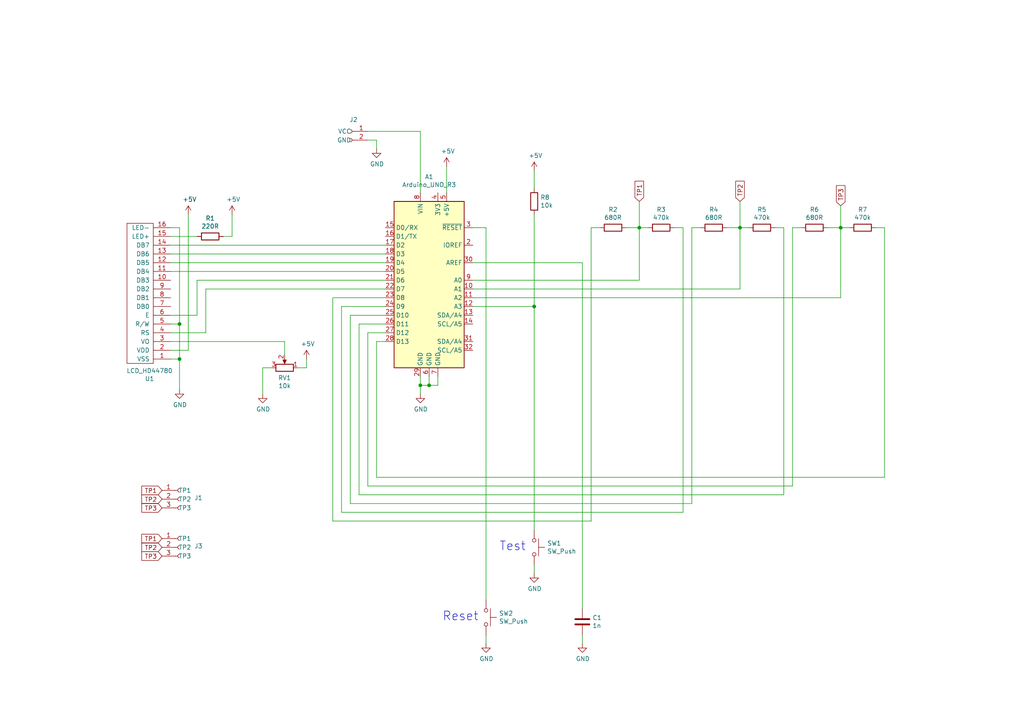
<source format=kicad_sch>
(kicad_sch (version 20211123) (generator eeschema)
  (paper "A4")
  (lib_symbols
    (symbol "Device:C" (pin_numbers hide) (pin_names (offset 0.254))
      (property "Reference" "C" (at 0.635 2.54 0))
      (property "Value" "C" (at 0.635 -2.54 0))
      (symbol "C_0_1"
        (polyline (pts (xy -2.032 -0.762) (xy 2.032 -0.762)) (stroke (width 0.508)))
        (polyline (pts (xy -2.032 0.762) (xy 2.032 0.762)) (stroke (width 0.508)))
      )
      (symbol "C_1_1"
        (pin passive line (at 0 3.81 270) (length 2.794) (name "~") (number "1"))
        (pin passive line (at 0 -3.81 90) (length 2.794) (name "~") (number "2"))
      )
    )
    (symbol "Device:R" (pin_numbers hide) (pin_names (offset 0))
      (property "Reference" "R" (at 2.032 0 90))
      (property "Value" "R" (at 0 0 90))
      (symbol "R_0_1"
        (rectangle (start -1.016 -2.54) (end 1.016 2.54) (stroke (width 0.254)))
      )
      (symbol "R_1_1"
        (pin passive line (at 0 3.81 270) (length 1.27) (name "~") (number "1"))
        (pin passive line (at 0 -3.81 90) (length 1.27) (name "~") (number "2"))
      )
    )
    (symbol "MCU_Module:Arduino_UNO_R3"
      (property "Reference" "A" (at -10.16 23.495 0))
      (property "Value" "Arduino_UNO_R3" (at 5.08 -26.67 0))
      (symbol "Arduino_UNO_R3_0_1"
        (rectangle (start -10.16 22.86) (end 10.16 -25.4) (stroke (width 0.254)) (fill (type background)))
      )
      (symbol "Arduino_UNO_R3_1_1"
        (pin no_connect line (at -10.16 -20.32 0) (length 2.54) hide (name "NC") (number "1"))
        (pin bidirectional line (at 12.7 -2.54 180) (length 2.54) (name "A1") (number "10"))
        (pin bidirectional line (at 12.7 -5.08 180) (length 2.54) (name "A2") (number "11"))
        (pin bidirectional line (at 12.7 -7.62 180) (length 2.54) (name "A3") (number "12"))
        (pin bidirectional line (at 12.7 -10.16 180) (length 2.54) (name "SDA/A4") (number "13"))
        (pin bidirectional line (at 12.7 -12.7 180) (length 2.54) (name "SCL/A5") (number "14"))
        (pin bidirectional line (at -12.7 15.24 0) (length 2.54) (name "D0/RX") (number "15"))
        (pin bidirectional line (at -12.7 12.7 0) (length 2.54) (name "D1/TX") (number "16"))
        (pin bidirectional line (at -12.7 10.16 0) (length 2.54) (name "D2") (number "17"))
        (pin bidirectional line (at -12.7 7.62 0) (length 2.54) (name "D3") (number "18"))
        (pin bidirectional line (at -12.7 5.08 0) (length 2.54) (name "D4") (number "19"))
        (pin output line (at 12.7 10.16 180) (length 2.54) (name "IOREF") (number "2"))
        (pin bidirectional line (at -12.7 2.54 0) (length 2.54) (name "D5") (number "20"))
        (pin bidirectional line (at -12.7 0 0) (length 2.54) (name "D6") (number "21"))
        (pin bidirectional line (at -12.7 -2.54 0) (length 2.54) (name "D7") (number "22"))
        (pin bidirectional line (at -12.7 -5.08 0) (length 2.54) (name "D8") (number "23"))
        (pin bidirectional line (at -12.7 -7.62 0) (length 2.54) (name "D9") (number "24"))
        (pin bidirectional line (at -12.7 -10.16 0) (length 2.54) (name "D10") (number "25"))
        (pin bidirectional line (at -12.7 -12.7 0) (length 2.54) (name "D11") (number "26"))
        (pin bidirectional line (at -12.7 -15.24 0) (length 2.54) (name "D12") (number "27"))
        (pin bidirectional line (at -12.7 -17.78 0) (length 2.54) (name "D13") (number "28"))
        (pin power_in line (at -2.54 -27.94 90) (length 2.54) (name "GND") (number "29"))
        (pin input line (at 12.7 15.24 180) (length 2.54) (name "~{RESET}") (number "3"))
        (pin input line (at 12.7 5.08 180) (length 2.54) (name "AREF") (number "30"))
        (pin bidirectional line (at 12.7 -17.78 180) (length 2.54) (name "SDA/A4") (number "31"))
        (pin bidirectional line (at 12.7 -20.32 180) (length 2.54) (name "SCL/A5") (number "32"))
        (pin power_out line (at 2.54 25.4 270) (length 2.54) (name "3V3") (number "4"))
        (pin power_out line (at 5.08 25.4 270) (length 2.54) (name "+5V") (number "5"))
        (pin power_in line (at 0 -27.94 90) (length 2.54) (name "GND") (number "6"))
        (pin power_in line (at 2.54 -27.94 90) (length 2.54) (name "GND") (number "7"))
        (pin power_in line (at -2.54 25.4 270) (length 2.54) (name "VIN") (number "8"))
        (pin bidirectional line (at 12.7 0 180) (length 2.54) (name "A0") (number "9"))
      )
    )
    (symbol "My_Headers:2-pin_power_input_header" (pin_names (offset 1.016))
      (property "Reference" "J" (at 0 2.54 0))
      (symbol "2-pin_power_input_header_1_1"
        (arc (start 0 -2.032) (mid -0.508 -2.54) (end 0 -3.048) (stroke (width 0.1524)))
        (polyline (pts (xy -1.27 -2.54) (xy -0.508 -2.54)) (stroke (width 0.1524)))
        (polyline (pts (xy -1.27 0) (xy -0.508 0)) (stroke (width 0.1524)))
        (arc (start 0 0.508) (mid -0.508 0) (end 0 -0.508) (stroke (width 0.1524)))
        (pin power_out line (at -5.08 0 0) (length 3.81) (name "VCC") (number "1"))
        (pin power_out line (at -5.08 -2.54 0) (length 3.81) (name "GND") (number "2"))
      )
    )
    (symbol "My_Headers:3-pin_test_header" (pin_names (offset 1.016))
      (property "Reference" "J" (at 0 5.08 0))
      (symbol "3-pin_test_header_1_1"
        (arc (start 0 -2.032) (mid -0.508 -2.54) (end 0 -3.048) (stroke (width 0.1524)))
        (polyline (pts (xy -1.27 -2.54) (xy -0.508 -2.54)) (stroke (width 0.1524)))
        (polyline (pts (xy -1.27 0) (xy -0.508 0)) (stroke (width 0.1524)))
        (polyline (pts (xy -1.27 2.54) (xy -0.508 2.54)) (stroke (width 0.1524)))
        (arc (start 0 0.508) (mid -0.508 0) (end 0 -0.508) (stroke (width 0.1524)))
        (arc (start 0 3.048) (mid -0.508 2.54) (end 0 2.032) (stroke (width 0.1524)))
        (pin input line (at -5.08 2.54 0) (length 3.81) (name "TP1") (number "1"))
        (pin input line (at -5.08 0 0) (length 3.81) (name "TP2") (number "2"))
        (pin input line (at -5.08 -2.54 0) (length 3.81) (name "TP3") (number "3"))
      )
    )
    (symbol "My_Headers:LCD_HD44780" (pin_names (offset 1.016))
      (property "Reference" "U" (at 6.35 2.54 0))
      (property "Value" "LCD_HD44780" (at 11.43 -40.64 0))
      (symbol "LCD_HD44780_0_1"
        (rectangle (start 5.08 1.27) (end 12.7 -39.37))
      )
      (symbol "LCD_HD44780_1_1"
        (pin input line (at 0 0 0) (length 5.08) (name "VSS") (number "1"))
        (pin input line (at 0 -22.86 0) (length 5.08) (name "DB3") (number "10"))
        (pin input line (at 0 -25.4 0) (length 5.08) (name "DB4") (number "11"))
        (pin input line (at 0 -27.94 0) (length 5.08) (name "DB5") (number "12"))
        (pin input line (at 0 -30.48 0) (length 5.08) (name "DB6") (number "13"))
        (pin input line (at 0 -33.02 0) (length 5.08) (name "DB7") (number "14"))
        (pin input line (at 0 -35.56 0) (length 5.08) (name "LED+") (number "15"))
        (pin input line (at 0 -38.1 0) (length 5.08) (name "LED-") (number "16"))
        (pin input line (at 0 -2.54 0) (length 5.08) (name "VDD") (number "2"))
        (pin input line (at 0 -5.08 0) (length 5.08) (name "VO") (number "3"))
        (pin input line (at 0 -7.62 0) (length 5.08) (name "RS") (number "4"))
        (pin input line (at 0 -10.16 0) (length 5.08) (name "R/W") (number "5"))
        (pin input line (at 0 -12.7 0) (length 5.08) (name "E") (number "6"))
        (pin input line (at 0 -15.24 0) (length 5.08) (name "DB0") (number "7"))
        (pin input line (at 0 -17.78 0) (length 5.08) (name "DB1") (number "8"))
        (pin input line (at 0 -20.32 0) (length 5.08) (name "DB2") (number "9"))
      )
    )
    (symbol "Switch:SW_Push" (pin_numbers hide) (pin_names (offset 1.016) hide)
      (property "Reference" "SW" (at 1.27 2.54 0))
      (property "Value" "SW_Push" (at 0 -1.524 0))
      (symbol "SW_Push_0_1"
        (circle (center -2.032 0) (radius 0.508))
        (polyline (pts (xy 0 1.27) (xy 0 3.048)))
        (polyline (pts (xy 2.54 1.27) (xy -2.54 1.27)))
        (circle (center 2.032 0) (radius 0.508))
        (pin passive line (at -5.08 0 0) (length 2.54) (name "1") (number "1"))
        (pin passive line (at 5.08 0 180) (length 2.54) (name "2") (number "2"))
      )
    )
    (symbol "arduTester-rescue:R_POT-Device" (pin_names (offset 1.016) hide)
      (property "Reference" "RV" (at -4.445 0 90))
      (property "Value" "R_POT-Device" (at -2.54 0 90))
      (symbol "R_POT-Device_0_1"
        (polyline (pts (xy 2.54 0) (xy 1.524 0)))
        (polyline (pts (xy 1.143 0) (xy 2.286 0.508) (xy 2.286 -0.508) (xy 1.143 0)) (fill (type outline)))
        (rectangle (start 1.016 2.54) (end -1.016 -2.54) (stroke (width 0.254)))
      )
      (symbol "R_POT-Device_1_1"
        (pin passive line (at 0 3.81 270) (length 1.27) (name "1") (number "1"))
        (pin passive line (at 3.81 0 180) (length 1.27) (name "2") (number "2"))
        (pin passive line (at 0 -3.81 90) (length 1.27) (name "3") (number "3"))
      )
    )
    (symbol "power:+5V" (power) (pin_names (offset 0))
      (property "Value" "+5V" (at 0 3.556 0))
      (symbol "+5V_0_1"
        (polyline (pts (xy -0.762 1.27) (xy 0 2.54)))
        (polyline (pts (xy 0 0) (xy 0 2.54)))
        (polyline (pts (xy 0 2.54) (xy 0.762 1.27)))
      )
      (symbol "+5V_1_1"
        (pin power_in line (at 0 0 90) (length 0) hide (name "+5V") (number "1"))
      )
    )
    (symbol "power:GND" (power) (pin_names (offset 0))
      (property "Value" "GND" (at 0 -3.81 0))
      (symbol "GND_0_1"
        (polyline (pts (xy 0 0) (xy 0 -1.27) (xy 1.27 -1.27) (xy 0 -2.54) (xy -1.27 -1.27) (xy 0 -1.27)))
      )
      (symbol "GND_1_1"
        (pin power_in line (at 0 0 270) (length 0) hide (name "GND") (number "1"))
      )
    )
  )
  (junction (at 214.63 66.04))
  (junction (at 52.07 93.98))
  (junction (at 124.46 111.76))
  (junction (at 243.84 66.04))
  (junction (at 185.42 66.04))
  (junction (at 121.92 111.76))
  (junction (at 154.94 88.9))
  (junction (at 52.07 104.14))
  (wire (pts (xy 137.16 86.36) (xy 243.84 86.36)))
  (wire (pts (xy 106.68 96.52) (xy 111.76 96.52)))
  (wire (pts (xy 200.66 146.05) (xy 101.6 146.05)))
  (wire (pts (xy 203.2 66.04) (xy 200.66 66.04)))
  (wire (pts (xy 127 111.76) (xy 124.46 111.76)))
  (wire (pts (xy 106.68 140.97) (xy 106.68 96.52)))
  (wire (pts (xy 49.53 68.58) (xy 57.15 68.58)))
  (wire (pts (xy 67.31 68.58) (xy 67.31 62.23)))
  (wire (pts (xy 168.91 186.69) (xy 168.91 184.15)))
  (wire (pts (xy 168.91 176.53) (xy 168.91 76.2)))
  (wire (pts (xy 140.97 173.99) (xy 140.97 66.04)))
  (wire (pts (xy 154.94 166.37) (xy 154.94 163.83)))
  (wire (pts (xy 154.94 88.9) (xy 137.16 88.9)))
  (wire (pts (xy 99.06 148.59) (xy 99.06 88.9)))
  (wire (pts (xy 52.07 66.04) (xy 49.53 66.04)))
  (wire (pts (xy 210.82 66.04) (xy 214.63 66.04)))
  (wire (pts (xy 229.87 66.04) (xy 229.87 140.97)))
  (wire (pts (xy 52.07 66.04) (xy 52.07 93.98)))
  (wire (pts (xy 229.87 140.97) (xy 106.68 140.97)))
  (wire (pts (xy 243.84 66.04) (xy 243.84 59.69)))
  (wire (pts (xy 49.53 101.6) (xy 54.61 101.6)))
  (wire (pts (xy 227.33 66.04) (xy 224.79 66.04)))
  (wire (pts (xy 171.45 66.04) (xy 173.99 66.04)))
  (wire (pts (xy 185.42 66.04) (xy 185.42 58.42)))
  (wire (pts (xy 59.69 96.52) (xy 59.69 83.82)))
  (wire (pts (xy 227.33 143.51) (xy 227.33 66.04)))
  (wire (pts (xy 52.07 104.14) (xy 52.07 93.98)))
  (wire (pts (xy 200.66 66.04) (xy 200.66 146.05)))
  (wire (pts (xy 121.92 114.3) (xy 121.92 111.76)))
  (wire (pts (xy 154.94 153.67) (xy 154.94 88.9)))
  (wire (pts (xy 121.92 111.76) (xy 121.92 109.22)))
  (wire (pts (xy 129.54 48.26) (xy 129.54 55.88)))
  (wire (pts (xy 96.52 86.36) (xy 96.52 151.13)))
  (wire (pts (xy 137.16 83.82) (xy 214.63 83.82)))
  (wire (pts (xy 49.53 91.44) (xy 57.15 91.44)))
  (wire (pts (xy 111.76 71.12) (xy 49.53 71.12)))
  (wire (pts (xy 137.16 81.28) (xy 185.42 81.28)))
  (wire (pts (xy 101.6 91.44) (xy 111.76 91.44)))
  (wire (pts (xy 49.53 99.06) (xy 82.55 99.06)))
  (wire (pts (xy 232.41 66.04) (xy 229.87 66.04)))
  (wire (pts (xy 140.97 184.15) (xy 140.97 186.69)))
  (wire (pts (xy 82.55 99.06) (xy 82.55 102.87)))
  (wire (pts (xy 171.45 151.13) (xy 171.45 66.04)))
  (wire (pts (xy 52.07 104.14) (xy 52.07 113.03)))
  (wire (pts (xy 127 109.22) (xy 127 111.76)))
  (wire (pts (xy 76.2 106.68) (xy 78.74 106.68)))
  (wire (pts (xy 54.61 101.6) (xy 54.61 62.23)))
  (wire (pts (xy 154.94 88.9) (xy 154.94 62.23)))
  (wire (pts (xy 88.9 106.68) (xy 88.9 104.14)))
  (wire (pts (xy 99.06 88.9) (xy 111.76 88.9)))
  (wire (pts (xy 121.92 38.1) (xy 106.68 38.1)))
  (wire (pts (xy 109.22 138.43) (xy 256.54 138.43)))
  (wire (pts (xy 121.92 38.1) (xy 121.92 55.88)))
  (wire (pts (xy 185.42 66.04) (xy 187.96 66.04)))
  (wire (pts (xy 52.07 93.98) (xy 49.53 93.98)))
  (wire (pts (xy 168.91 76.2) (xy 137.16 76.2)))
  (wire (pts (xy 214.63 83.82) (xy 214.63 66.04)))
  (wire (pts (xy 111.76 86.36) (xy 96.52 86.36)))
  (wire (pts (xy 154.94 54.61) (xy 154.94 49.53)))
  (wire (pts (xy 57.15 91.44) (xy 57.15 81.28)))
  (wire (pts (xy 198.12 148.59) (xy 99.06 148.59)))
  (wire (pts (xy 243.84 66.04) (xy 246.38 66.04)))
  (wire (pts (xy 214.63 66.04) (xy 214.63 58.42)))
  (wire (pts (xy 59.69 83.82) (xy 111.76 83.82)))
  (wire (pts (xy 243.84 86.36) (xy 243.84 66.04)))
  (wire (pts (xy 64.77 68.58) (xy 67.31 68.58)))
  (wire (pts (xy 111.76 73.66) (xy 49.53 73.66)))
  (wire (pts (xy 240.03 66.04) (xy 243.84 66.04)))
  (wire (pts (xy 86.36 106.68) (xy 88.9 106.68)))
  (wire (pts (xy 101.6 146.05) (xy 101.6 91.44)))
  (wire (pts (xy 181.61 66.04) (xy 185.42 66.04)))
  (wire (pts (xy 256.54 138.43) (xy 256.54 66.04)))
  (wire (pts (xy 109.22 40.64) (xy 109.22 43.18)))
  (wire (pts (xy 124.46 109.22) (xy 124.46 111.76)))
  (wire (pts (xy 104.14 93.98) (xy 104.14 143.51)))
  (wire (pts (xy 49.53 96.52) (xy 59.69 96.52)))
  (wire (pts (xy 198.12 66.04) (xy 198.12 148.59)))
  (wire (pts (xy 49.53 104.14) (xy 52.07 104.14)))
  (wire (pts (xy 214.63 66.04) (xy 217.17 66.04)))
  (wire (pts (xy 111.76 93.98) (xy 104.14 93.98)))
  (wire (pts (xy 104.14 143.51) (xy 227.33 143.51)))
  (wire (pts (xy 124.46 111.76) (xy 121.92 111.76)))
  (wire (pts (xy 111.76 99.06) (xy 109.22 99.06)))
  (wire (pts (xy 96.52 151.13) (xy 171.45 151.13)))
  (wire (pts (xy 49.53 76.2) (xy 111.76 76.2)))
  (wire (pts (xy 256.54 66.04) (xy 254 66.04)))
  (wire (pts (xy 195.58 66.04) (xy 198.12 66.04)))
  (wire (pts (xy 140.97 66.04) (xy 137.16 66.04)))
  (wire (pts (xy 111.76 78.74) (xy 49.53 78.74)))
  (wire (pts (xy 57.15 81.28) (xy 111.76 81.28)))
  (wire (pts (xy 109.22 99.06) (xy 109.22 138.43)))
  (wire (pts (xy 76.2 114.3) (xy 76.2 106.68)))
  (wire (pts (xy 185.42 81.28) (xy 185.42 66.04)))
  (wire (pts (xy 106.68 40.64) (xy 109.22 40.64)))
  (text "Reset" (at 128.27 180.34 0) (effects (font (size 2.54 2.54)) (justify left bottom)))
  (text "Test" (at 144.78 160.02 0) (effects (font (size 2.54 2.54)) (justify left bottom)))
  (global_label "TP2" (shape input) (at 214.63 58.42 90) (property "Intersheet References" "${INTERSHEET_REFS}" (effects hide)))
  (global_label "TP2" (shape input) (at 46.99 144.78 180) (property "Intersheet References" "${INTERSHEET_REFS}" (effects hide)))
  (global_label "TP2" (shape input) (at 46.99 158.75 180) (property "Intersheet References" "${INTERSHEET_REFS}" (effects hide)))
  (global_label "TP3" (shape input) (at 243.84 59.69 90) (property "Intersheet References" "${INTERSHEET_REFS}" (effects hide)))
  (global_label "TP3" (shape input) (at 46.99 161.29 180) (property "Intersheet References" "${INTERSHEET_REFS}" (effects hide)))
  (global_label "TP3" (shape input) (at 46.99 147.32 180) (property "Intersheet References" "${INTERSHEET_REFS}" (effects hide)))
  (global_label "TP1" (shape input) (at 46.99 156.21 180) (property "Intersheet References" "${INTERSHEET_REFS}" (effects hide)))
  (global_label "TP1" (shape input) (at 185.42 58.42 90) (property "Intersheet References" "${INTERSHEET_REFS}" (effects hide)))
  (global_label "TP1" (shape input) (at 46.99 142.24 180) (property "Intersheet References" "${INTERSHEET_REFS}" (effects hide)))
  (symbol (lib_id "MCU_Module:Arduino_UNO_R3") (at 124.46 81.28 0) (unit 1)
    (property "Reference" "A1" (at 124.46 51.2826 0))
    (property "Value" "Arduino_UNO_R3" (at 124.46 53.594 0))
    (property "Footprint" "My_Arduino:Arduino_UNO_R3_shield_large" (effects hide))
    (property "Datasheet" "https://www.arduino.cc/en/Main/arduinoBoardUno" (effects hide))
  )
  (symbol (lib_id "My_Headers:LCD_HD44780") (at 49.53 104.14 180) (unit 1)
    (property "Reference" "U1" (at 43.3832 109.855 0))
    (property "Value" "LCD_HD44780" (at 43.3832 107.5436 0))
    (property "Footprint" "My_Parts:LCD_HD44780_16x2_w_headers_large" (effects hide))
  )
  (symbol (lib_id "My_Headers:3-pin_test_header") (at 52.07 158.75 0) (unit 1)
    (property "Reference" "J3" (at 56.3626 158.369 0) (effects (justify left)))
    (property "Value" "3-pin_test_header" (effects hide))
    (property "Footprint" "My_Headers:3-pin_test_header_large" (effects hide))
  )
  (symbol (lib_id "power:GND") (at 52.07 113.03 0) (unit 1)
    (property "Reference" "#PWR01" (effects hide))
    (property "Value" "GND" (at 52.197 117.4242 0))
  )
  (symbol (lib_id "power:+5V") (at 54.61 62.23 0) (unit 1)
    (property "Reference" "#PWR02" (effects hide))
    (property "Value" "+5V" (at 54.991 57.8358 0))
  )
  (symbol (lib_id "power:+5V") (at 129.54 48.26 0) (unit 1)
    (property "Reference" "#PWR07" (effects hide))
    (property "Value" "+5V" (at 129.921 43.8658 0))
  )
  (symbol (lib_id "My_Headers:2-pin_power_input_header") (at 101.6 38.1 0) (mirror y) (unit 1)
    (property "Reference" "J2" (at 102.5398 34.7218 0))
    (property "Value" "2-pin_power_input_header" (effects hide))
    (property "Footprint" "My_Headers:2-pin_power_input_header" (effects hide))
  )
  (symbol (lib_id "power:GND") (at 109.22 43.18 0) (unit 1)
    (property "Reference" "#PWR06" (effects hide))
    (property "Value" "GND" (at 109.347 47.5742 0))
  )
  (symbol (lib_id "arduTester-rescue:R_POT-Device") (at 82.55 106.68 270) (mirror x) (unit 1)
    (property "Reference" "RV1" (at 82.55 109.601 90))
    (property "Value" "10k" (at 82.55 111.9124 90))
    (property "Footprint" "My_Misc:Potentiometer_Piher_PT-6-V_Vertical_larger_pads" (effects hide))
  )
  (symbol (lib_id "power:+5V") (at 88.9 104.14 0) (unit 1)
    (property "Reference" "#PWR05" (effects hide))
    (property "Value" "+5V" (at 89.281 99.7458 0))
  )
  (symbol (lib_id "power:GND") (at 76.2 114.3 0) (unit 1)
    (property "Reference" "#PWR04" (effects hide))
    (property "Value" "GND" (at 76.327 118.6942 0))
  )
  (symbol (lib_id "Device:R") (at 154.94 58.42 0) (unit 1)
    (property "Reference" "R8" (at 156.718 57.2516 0) (effects (justify left)))
    (property "Value" "10k" (at 156.718 59.563 0) (effects (justify left)))
    (property "Footprint" "My_Misc:R_Axial_DIN0207_L6.3mm_D2.5mm_P10.16mm_Horizontal_larger_pads" (effects hide))
  )
  (symbol (lib_id "power:GND") (at 121.92 114.3 0) (unit 1)
    (property "Reference" "#PWR0101" (effects hide))
    (property "Value" "GND" (at 122.047 118.6942 0))
  )
  (symbol (lib_id "Device:R") (at 60.96 68.58 270) (unit 1)
    (property "Reference" "R1" (at 60.96 63.3222 90))
    (property "Value" "220R" (at 60.96 65.6336 90))
    (property "Footprint" "My_Misc:R_Axial_DIN0207_L6.3mm_D2.5mm_P10.16mm_Horizontal_larger_pads" (effects hide))
  )
  (symbol (lib_id "power:+5V") (at 67.31 62.23 0) (unit 1)
    (property "Reference" "#PWR03" (effects hide))
    (property "Value" "+5V" (at 67.691 57.8358 0))
  )
  (symbol (lib_id "Device:R") (at 177.8 66.04 270) (unit 1)
    (property "Reference" "R2" (at 177.8 60.7822 90))
    (property "Value" "680R" (at 177.8 63.0936 90))
    (property "Footprint" "My_Misc:R_Axial_DIN0207_L6.3mm_D2.5mm_P10.16mm_Horizontal_larger_pads" (effects hide))
  )
  (symbol (lib_id "Device:R") (at 191.77 66.04 270) (unit 1)
    (property "Reference" "R3" (at 191.77 60.7822 90))
    (property "Value" "470k" (at 191.77 63.0936 90))
    (property "Footprint" "My_Misc:R_Axial_DIN0207_L6.3mm_D2.5mm_P10.16mm_Horizontal_larger_pads" (effects hide))
  )
  (symbol (lib_id "Device:R") (at 207.01 66.04 270) (unit 1)
    (property "Reference" "R4" (at 207.01 60.7822 90))
    (property "Value" "680R" (at 207.01 63.0936 90))
    (property "Footprint" "My_Misc:R_Axial_DIN0207_L6.3mm_D2.5mm_P10.16mm_Horizontal_larger_pads" (effects hide))
  )
  (symbol (lib_id "Device:R") (at 220.98 66.04 270) (unit 1)
    (property "Reference" "R5" (at 220.98 60.7822 90))
    (property "Value" "470k" (at 220.98 63.0936 90))
    (property "Footprint" "My_Misc:R_Axial_DIN0207_L6.3mm_D2.5mm_P10.16mm_Horizontal_larger_pads" (effects hide))
  )
  (symbol (lib_id "Device:R") (at 236.22 66.04 270) (unit 1)
    (property "Reference" "R6" (at 236.22 60.7822 90))
    (property "Value" "680R" (at 236.22 63.0936 90))
    (property "Footprint" "My_Misc:R_Axial_DIN0207_L6.3mm_D2.5mm_P10.16mm_Horizontal_larger_pads" (effects hide))
  )
  (symbol (lib_id "Device:R") (at 250.19 66.04 270) (unit 1)
    (property "Reference" "R7" (at 250.19 60.7822 90))
    (property "Value" "470k" (at 250.19 63.0936 90))
    (property "Footprint" "My_Misc:R_Axial_DIN0207_L6.3mm_D2.5mm_P10.16mm_Horizontal_larger_pads" (effects hide))
  )
  (symbol (lib_id "Device:C") (at 168.91 180.34 0) (unit 1)
    (property "Reference" "C1" (at 171.831 179.1716 0) (effects (justify left)))
    (property "Value" "1n" (at 171.831 181.483 0) (effects (justify left)))
    (property "Footprint" "My_Misc:C_Disc_D3.0mm_W1.6mm_P2.50mm_larg" (effects hide))
  )
  (symbol (lib_id "power:GND") (at 168.91 186.69 0) (unit 1)
    (property "Reference" "#PWR010" (effects hide))
    (property "Value" "GND" (at 169.037 191.0842 0))
  )
  (symbol (lib_id "Switch:SW_Push") (at 154.94 158.75 270) (unit 1)
    (property "Reference" "SW1" (at 158.6992 157.5816 90) (effects (justify left)))
    (property "Value" "SW_Push" (at 158.6992 159.893 90) (effects (justify left)))
    (property "Footprint" "My_Misc:SW_PUSH-12mm_large" (effects hide))
  )
  (symbol (lib_id "power:GND") (at 154.94 166.37 0) (unit 1)
    (property "Reference" "#PWR09" (effects hide))
    (property "Value" "GND" (at 155.067 170.7642 0))
  )
  (symbol (lib_id "Switch:SW_Push") (at 140.97 179.07 270) (unit 1)
    (property "Reference" "SW2" (at 144.7292 177.9016 90) (effects (justify left)))
    (property "Value" "SW_Push" (at 144.7292 180.213 90) (effects (justify left)))
    (property "Footprint" "My_Misc:SW_PUSH_6mm_large" (effects hide))
  )
  (symbol (lib_id "power:+5V") (at 154.94 49.53 0) (unit 1)
    (property "Reference" "#PWR08" (effects hide))
    (property "Value" "+5V" (at 155.321 45.1358 0))
  )
  (symbol (lib_id "power:GND") (at 140.97 186.69 0) (unit 1)
    (property "Reference" "#PWR011" (effects hide))
    (property "Value" "GND" (at 141.097 191.0842 0))
  )
  (symbol (lib_id "My_Headers:3-pin_test_header") (at 52.07 144.78 0) (unit 1)
    (property "Reference" "J1" (at 56.3626 144.399 0) (effects (justify left)))
    (property "Value" "3-pin_test_header" (effects hide))
    (property "Footprint" "My_Headers:3-pin_test_header_large" (effects hide))
  )
)
</source>
